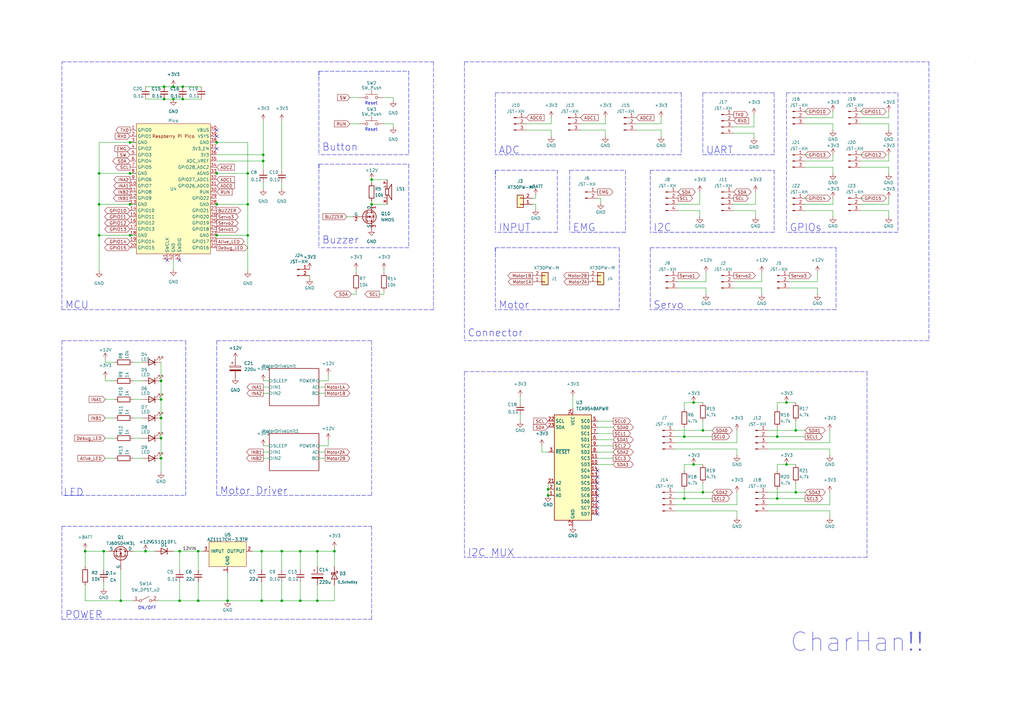
<source format=kicad_sch>
(kicad_sch (version 20230121) (generator eeschema)
  (paper "A3")
  (title_block (title "CharHan!! Motor Drive PCB") (date "2023-11-12") (rev "V2.0"))
  (junction (at 59.69 226.06))
  (junction (at 101.6 83.82))
  (junction (at 107.95 66.04))
  (junction (at 101.6 96.52))
  (junction (at 322.58 190.5))
  (junction (at 81.28 246.38))
  (junction (at 88.9 58.42))
  (junction (at 53.34 71.12))
  (junction (at 40.64 71.12))
  (junction (at 284.48 165.1))
  (junction (at 318.77 204.47))
  (junction (at 66.04 171.45))
  (junction (at 53.34 96.52))
  (junction (at 67.31 35.56))
  (junction (at 224.79 203.2))
  (junction (at 73.66 246.38))
  (junction (at 42.545 226.06))
  (junction (at 93.345 246.38))
  (junction (at 326.39 176.53))
  (junction (at 123.19 246.38))
  (junction (at 318.77 179.07))
  (junction (at 288.29 176.53))
  (junction (at 322.58 165.1))
  (junction (at 115.57 226.06))
  (junction (at 152.4 73.66))
  (junction (at 88.9 96.52))
  (junction (at 74.93 40.64))
  (junction (at 66.04 156.21))
  (junction (at 66.04 179.705))
  (junction (at 326.39 201.93))
  (junction (at 49.53 246.38))
  (junction (at 284.48 190.5))
  (junction (at 130.175 246.38))
  (junction (at 107.315 226.06))
  (junction (at 71.12 40.64))
  (junction (at 152.4 83.82))
  (junction (at 73.66 226.06))
  (junction (at 34.925 226.06))
  (junction (at 71.12 35.56))
  (junction (at 280.67 179.07))
  (junction (at 88.9 83.82))
  (junction (at 101.6 71.12))
  (junction (at 107.95 63.5))
  (junction (at 53.34 83.82))
  (junction (at 115.57 246.38))
  (junction (at 288.29 201.93))
  (junction (at 81.28 226.06))
  (junction (at 224.79 200.66))
  (junction (at 280.67 204.47))
  (junction (at 130.175 226.06))
  (junction (at 88.9 71.12))
  (junction (at 137.16 226.06))
  (junction (at 66.04 163.83))
  (junction (at 107.315 246.38))
  (junction (at 40.64 83.82))
  (junction (at 67.31 40.64))
  (junction (at 66.04 187.96))
  (junction (at 53.34 58.42))
  (junction (at 74.93 35.56))
  (junction (at 40.64 96.52))
  (junction (at 123.19 226.06))
  (no_connect (at 245.11 203.2))
  (no_connect (at 245.11 198.12))
  (no_connect (at 245.11 208.28))
  (no_connect (at 73.66 106.68))
  (no_connect (at 245.11 200.66))
  (no_connect (at 245.11 195.58))
  (no_connect (at 245.11 193.04))
  (no_connect (at 88.9 55.88))
  (no_connect (at 68.58 106.68))
  (no_connect (at 245.11 210.82))
  (no_connect (at 88.9 53.34))
  (no_connect (at 88.9 60.96))
  (no_connect (at 245.11 205.74))
  (wire (pts (xy 83.185 226.06) (xy 81.28 226.06)))
  (wire (pts (xy 340.36 184.15) (xy 340.36 186.69)))
  (wire (pts (xy 326.39 190.5) (xy 322.58 190.5)))
  (wire (pts (xy 300.99 83.82) (xy 309.88 83.82)))
  (wire (pts (xy 280.67 165.1) (xy 280.67 167.64)))
  (wire (pts (xy 340.36 209.55) (xy 340.36 212.09)))
  (wire (pts (xy 88.265 58.42) (xy 88.9 58.42)))
  (wire (pts (xy 245.11 185.42) (xy 251.46 185.42)))
  (wire (pts (xy 280.67 179.07) (xy 292.1 179.07)))
  (polyline (pts (xy 130.81 29.21) (xy 167.64 29.21)) (stroke (width 0) (type dash)))
  (wire (pts (xy 341.63 68.58) (xy 341.63 71.12)))
  (wire (pts (xy 218.44 81.28) (xy 219.71 81.28)))
  (wire (pts (xy 115.57 246.38) (xy 123.19 246.38)))
  (wire (pts (xy 314.96 184.15) (xy 340.36 184.15)))
  (wire (pts (xy 88.9 66.04) (xy 107.95 66.04)))
  (wire (pts (xy 66.04 163.83) (xy 66.04 171.45)))
  (wire (pts (xy 40.64 96.52) (xy 40.64 111.125)))
  (wire (pts (xy 40.64 83.82) (xy 40.64 96.52)))
  (polyline (pts (xy 203.2 69.85) (xy 203.2 95.25)) (stroke (width 0) (type dash)))
  (polyline (pts (xy 228.6 95.25) (xy 203.2 95.25)) (stroke (width 0) (type dash)))
  (polyline (pts (xy 342.9 127) (xy 266.7 127)) (stroke (width 0) (type dash)))
  (wire (pts (xy 288.29 165.1) (xy 284.48 165.1)))
  (wire (pts (xy 103.505 226.06) (xy 107.315 226.06)))
  (wire (pts (xy 278.13 118.11) (xy 289.56 118.11)))
  (polyline (pts (xy 279.4 38.1) (xy 279.4 63.5)) (stroke (width 0) (type dash)))
  (polyline (pts (xy 203.2 38.1) (xy 203.2 63.5)) (stroke (width 0) (type dash)))
  (wire (pts (xy 300.99 86.36) (xy 309.88 86.36)))
  (wire (pts (xy 309.245 54.61) (xy 309.245 56.515)))
  (wire (pts (xy 67.31 40.64) (xy 71.12 40.64)))
  (polyline (pts (xy 228.6 69.85) (xy 228.6 95.25)) (stroke (width 0) (type dash)))
  (polyline (pts (xy 203.2 69.85) (xy 228.6 69.85)) (stroke (width 0) (type dash)))
  (wire (pts (xy 54.61 171.45) (xy 58.42 171.45)))
  (wire (pts (xy 245.11 180.34) (xy 251.46 180.34)))
  (wire (pts (xy 157.48 110.49) (xy 157.48 111.76)))
  (wire (pts (xy 130.175 226.06) (xy 137.16 226.06)))
  (wire (pts (xy 49.53 233.68) (xy 49.53 246.38)))
  (wire (pts (xy 353.06 68.58) (xy 364.49 68.58)))
  (polyline (pts (xy 342.9 101.6) (xy 342.9 127)) (stroke (width 0) (type dash)))
  (wire (pts (xy 107.95 156.21) (xy 110.49 156.21)))
  (wire (pts (xy 245.11 177.8) (xy 251.46 177.8)))
  (wire (pts (xy 55.88 96.52) (xy 53.34 96.52)))
  (wire (pts (xy 280.67 204.47) (xy 276.86 204.47)))
  (polyline (pts (xy 130.81 29.21) (xy 130.81 31.75)) (stroke (width 0) (type dash)))
  (wire (pts (xy 54.61 163.83) (xy 58.42 163.83)))
  (polyline (pts (xy 381 25.4) (xy 381 139.7)) (stroke (width 0) (type dash)))
  (wire (pts (xy 137.16 226.06) (xy 137.16 232.41)))
  (wire (pts (xy 341.63 81.28) (xy 341.63 83.82)))
  (polyline (pts (xy 167.64 63.5) (xy 130.81 63.5)) (stroke (width 0) (type dash)))
  (wire (pts (xy 42.545 226.06) (xy 44.45 226.06)))
  (wire (pts (xy 134.62 182.88) (xy 134.62 180.34)))
  (wire (pts (xy 271.145 48.26) (xy 271.145 50.8)))
  (wire (pts (xy 107.315 226.06) (xy 115.57 226.06)))
  (polyline (pts (xy 130.81 67.31) (xy 167.64 67.31)) (stroke (width 0) (type dash)))
  (wire (pts (xy 226.06 48.26) (xy 226.06 50.8)))
  (wire (pts (xy 330.2 68.58) (xy 341.63 68.58)))
  (wire (pts (xy 288.29 172.72) (xy 288.29 176.53)))
  (wire (pts (xy 276.86 209.55) (xy 302.26 209.55)))
  (wire (pts (xy 88.265 96.52) (xy 88.9 96.52)))
  (wire (pts (xy 137.16 224.79) (xy 137.16 226.06)))
  (wire (pts (xy 218.44 83.82) (xy 219.71 83.82)))
  (wire (pts (xy 330.2 86.36) (xy 341.63 86.36)))
  (wire (pts (xy 130.81 185.42) (xy 133.35 185.42)))
  (wire (pts (xy 130.81 182.88) (xy 134.62 182.88)))
  (wire (pts (xy 354.33 81.28) (xy 353.06 81.28)))
  (wire (pts (xy 40.64 58.42) (xy 53.34 58.42)))
  (wire (pts (xy 130.81 187.96) (xy 133.35 187.96)))
  (wire (pts (xy 93.345 246.38) (xy 93.345 234.95)))
  (wire (pts (xy 330.2 48.26) (xy 341.63 48.26)))
  (wire (pts (xy 331.47 63.5) (xy 330.2 63.5)))
  (wire (pts (xy 234.95 167.64) (xy 234.95 162.56)))
  (wire (pts (xy 88.9 83.82) (xy 101.6 83.82)))
  (wire (pts (xy 302.26 209.55) (xy 302.26 212.09)))
  (wire (pts (xy 127 113.03) (xy 127 114.3)))
  (polyline (pts (xy 190.5 25.4) (xy 381 25.4)) (stroke (width 0) (type dash)))
  (wire (pts (xy 71.12 40.64) (xy 74.93 40.64)))
  (wire (pts (xy 55.88 58.42) (xy 53.34 58.42)))
  (wire (pts (xy 312.42 118.11) (xy 312.42 120.65)))
  (polyline (pts (xy 203.2 101.6) (xy 203.2 104.14)) (stroke (width 0) (type dash)))
  (wire (pts (xy 107.95 66.04) (xy 107.95 69.85)))
  (wire (pts (xy 364.49 86.36) (xy 364.49 88.9)))
  (wire (pts (xy 335.28 118.11) (xy 335.28 120.65)))
  (wire (pts (xy 287.02 86.36) (xy 287.02 88.9)))
  (wire (pts (xy 43.18 148.59) (xy 46.99 148.59)))
  (wire (pts (xy 364.49 63.5) (xy 364.49 66.04)))
  (polyline (pts (xy 317.5 38.1) (xy 317.5 63.5)) (stroke (width 0) (type dash)))
  (polyline (pts (xy 279.4 63.5) (xy 203.2 63.5)) (stroke (width 0) (type dash)))
  (wire (pts (xy 260.985 50.8) (xy 271.145 50.8)))
  (wire (pts (xy 157.48 40.005) (xy 161.29 40.005)))
  (polyline (pts (xy 190.5 25.4) (xy 190.5 139.7)) (stroke (width 0) (type dash)))
  (wire (pts (xy 107.315 226.06) (xy 107.315 233.68)))
  (wire (pts (xy 152.4 73.66) (xy 152.4 74.93)))
  (wire (pts (xy 161.29 40.005) (xy 161.29 41.275)))
  (wire (pts (xy 271.145 53.34) (xy 271.145 55.88)))
  (wire (pts (xy 66.04 187.96) (xy 66.04 193.675)))
  (wire (pts (xy 215.9 53.34) (xy 226.06 53.34)))
  (wire (pts (xy 364.49 81.28) (xy 364.49 83.82)))
  (polyline (pts (xy 25.4 215.9) (xy 25.4 254)) (stroke (width 0) (type dash)))
  (wire (pts (xy 302.26 176.53) (xy 302.26 181.61)))
  (wire (pts (xy 245.11 81.28) (xy 246.38 81.28)))
  (polyline (pts (xy 368.3 38.1) (xy 368.3 95.25)) (stroke (width 0) (type dash)))
  (wire (pts (xy 123.19 246.38) (xy 130.175 246.38)))
  (wire (pts (xy 245.11 182.88) (xy 251.46 182.88)))
  (wire (pts (xy 248.285 53.34) (xy 248.285 55.88)))
  (wire (pts (xy 309.88 86.36) (xy 309.88 88.9)))
  (wire (pts (xy 43.18 147.32) (xy 43.18 148.59)))
  (wire (pts (xy 81.28 246.38) (xy 81.28 238.76)))
  (polyline (pts (xy 203.2 38.1) (xy 279.4 38.1)) (stroke (width 0) (type dash)))
  (wire (pts (xy 322.58 165.1) (xy 318.77 165.1)))
  (wire (pts (xy 66.04 148.59) (xy 66.04 156.21)))
  (polyline (pts (xy 288.29 38.1) (xy 288.29 63.5)) (stroke (width 0) (type dash)))
  (wire (pts (xy 74.93 40.64) (xy 82.55 40.64)))
  (polyline (pts (xy 266.7 101.6) (xy 266.7 127)) (stroke (width 0) (type dash)))
  (polyline (pts (xy 203.2 101.6) (xy 254 101.6)) (stroke (width 0) (type dash)))
  (wire (pts (xy 130.175 226.06) (xy 130.175 232.41)))
  (wire (pts (xy 40.64 71.12) (xy 53.34 71.12)))
  (polyline (pts (xy 88.9 139.7) (xy 88.9 203.2)) (stroke (width 0) (type dash)))
  (wire (pts (xy 280.67 204.47) (xy 292.1 204.47)))
  (wire (pts (xy 42.545 238.76) (xy 42.545 241.3)))
  (wire (pts (xy 330.2 83.82) (xy 341.63 83.82)))
  (wire (pts (xy 40.64 58.42) (xy 40.64 71.12)))
  (wire (pts (xy 353.06 86.36) (xy 364.49 86.36)))
  (wire (pts (xy 146.05 119.38) (xy 146.05 120.65)))
  (wire (pts (xy 54.61 148.59) (xy 58.42 148.59)))
  (wire (pts (xy 309.245 46.99) (xy 309.245 52.07)))
  (wire (pts (xy 318.77 179.07) (xy 314.96 179.07)))
  (polyline (pts (xy 25.4 127) (xy 25.4 25.4)) (stroke (width 0) (type dash)))
  (wire (pts (xy 107.95 185.42) (xy 110.49 185.42)))
  (wire (pts (xy 276.86 184.15) (xy 302.26 184.15)))
  (wire (pts (xy 224.79 185.42) (xy 222.25 185.42)))
  (wire (pts (xy 354.33 45.72) (xy 353.06 45.72)))
  (wire (pts (xy 107.315 246.38) (xy 115.57 246.38)))
  (wire (pts (xy 331.47 45.72) (xy 330.2 45.72)))
  (wire (pts (xy 66.04 171.45) (xy 66.04 179.705)))
  (wire (pts (xy 59.69 40.64) (xy 67.31 40.64)))
  (polyline (pts (xy 190.5 152.4) (xy 190.5 228.6)) (stroke (width 0) (type dash)))
  (polyline (pts (xy 381 139.7) (xy 190.5 139.7)) (stroke (width 0) (type dash)))
  (wire (pts (xy 55.88 71.12) (xy 53.34 71.12)))
  (wire (pts (xy 130.175 240.03) (xy 130.175 246.38)))
  (wire (pts (xy 287.02 78.74) (xy 287.02 83.82)))
  (wire (pts (xy 280.67 175.26) (xy 280.67 179.07)))
  (wire (pts (xy 123.19 226.06) (xy 130.175 226.06)))
  (wire (pts (xy 107.95 49.53) (xy 107.95 63.5)))
  (wire (pts (xy 93.345 246.38) (xy 107.315 246.38)))
  (wire (pts (xy 115.57 226.06) (xy 123.19 226.06)))
  (wire (pts (xy 326.39 198.12) (xy 326.39 201.93)))
  (wire (pts (xy 331.47 81.28) (xy 330.2 81.28)))
  (wire (pts (xy 215.9 50.8) (xy 226.06 50.8)))
  (wire (pts (xy 66.04 156.21) (xy 66.04 163.83)))
  (wire (pts (xy 152.4 73.66) (xy 158.75 73.66)))
  (wire (pts (xy 323.85 115.57) (xy 335.28 115.57)))
  (wire (pts (xy 341.63 63.5) (xy 341.63 66.04)))
  (wire (pts (xy 284.48 165.1) (xy 280.67 165.1)))
  (wire (pts (xy 115.57 49.53) (xy 115.57 69.85)))
  (wire (pts (xy 245.11 172.72) (xy 251.46 172.72)))
  (wire (pts (xy 88.265 83.82) (xy 88.9 83.82)))
  (polyline (pts (xy 203.2 101.6) (xy 203.2 127)) (stroke (width 0) (type dash)))
  (wire (pts (xy 143.51 40.005) (xy 147.32 40.005)))
  (wire (pts (xy 330.2 201.93) (xy 326.39 201.93)))
  (polyline (pts (xy 322.58 38.1) (xy 368.3 38.1)) (stroke (width 0) (type dash)))
  (wire (pts (xy 142.24 88.9) (xy 144.78 88.9)))
  (wire (pts (xy 300.99 115.57) (xy 312.42 115.57)))
  (polyline (pts (xy 233.68 69.85) (xy 233.68 95.25)) (stroke (width 0) (type dash)))
  (wire (pts (xy 292.1 176.53) (xy 288.29 176.53)))
  (polyline (pts (xy 130.81 29.21) (xy 130.81 63.5)) (stroke (width 0) (type dash)))
  (wire (pts (xy 130.175 246.38) (xy 137.16 246.38)))
  (wire (pts (xy 245.11 190.5) (xy 251.46 190.5)))
  (wire (pts (xy 288.29 190.5) (xy 284.48 190.5)))
  (wire (pts (xy 59.69 226.06) (xy 63.5 226.06)))
  (wire (pts (xy 222.25 185.42) (xy 222.25 182.88)))
  (wire (pts (xy 130.81 156.21) (xy 134.62 156.21)))
  (wire (pts (xy 318.77 204.47) (xy 330.2 204.47)))
  (wire (pts (xy 276.86 176.53) (xy 288.29 176.53)))
  (polyline (pts (xy 254 127) (xy 203.2 127)) (stroke (width 0) (type dash)))
  (wire (pts (xy 73.66 238.76) (xy 73.66 246.38)))
  (wire (pts (xy 157.48 119.38) (xy 157.48 120.65)))
  (wire (pts (xy 54.61 179.705) (xy 58.42 179.705)))
  (wire (pts (xy 278.13 115.57) (xy 289.56 115.57)))
  (polyline (pts (xy 254 101.6) (xy 254 127)) (stroke (width 0) (type dash)))
  (polyline (pts (xy 256.54 69.85) (xy 256.54 95.25)) (stroke (width 0) (type dash)))
  (wire (pts (xy 314.96 207.01) (xy 340.36 207.01)))
  (polyline (pts (xy 322.58 38.1) (xy 322.58 95.25)) (stroke (width 0) (type dash)))
  (wire (pts (xy 354.33 63.5) (xy 353.06 63.5)))
  (polyline (pts (xy 152.4 254) (xy 152.4 215.9)) (stroke (width 0) (type dash)))
  (wire (pts (xy 322.58 190.5) (xy 318.77 190.5)))
  (wire (pts (xy 59.69 35.56) (xy 67.31 35.56)))
  (wire (pts (xy 300.99 118.11) (xy 312.42 118.11)))
  (polyline (pts (xy 130.81 67.31) (xy 130.81 101.6)) (stroke (width 0) (type dash)))
  (wire (pts (xy 107.95 63.5) (xy 107.95 66.04)))
  (wire (pts (xy 245.11 175.26) (xy 251.46 175.26)))
  (wire (pts (xy 318.77 200.66) (xy 318.77 204.47)))
  (wire (pts (xy 157.48 50.8) (xy 161.29 50.8)))
  (polyline (pts (xy 25.4 139.7) (xy 25.4 203.2)) (stroke (width 0) (type dash)))
  (wire (pts (xy 312.42 111.76) (xy 312.42 115.57)))
  (wire (pts (xy 292.1 201.93) (xy 288.29 201.93)))
  (wire (pts (xy 280.67 179.07) (xy 276.86 179.07)))
  (polyline (pts (xy 190.5 152.4) (xy 355.6 152.4)) (stroke (width 0) (type dash)))
  (wire (pts (xy 146.05 110.49) (xy 146.05 111.76)))
  (wire (pts (xy 314.96 209.55) (xy 340.36 209.55)))
  (wire (pts (xy 288.29 198.12) (xy 288.29 201.93)))
  (wire (pts (xy 34.925 226.06) (xy 42.545 226.06)))
  (wire (pts (xy 40.64 71.12) (xy 40.64 83.82)))
  (wire (pts (xy 314.96 181.61) (xy 340.36 181.61)))
  (polyline (pts (xy 317.5 69.85) (xy 317.5 95.25)) (stroke (width 0) (type dash)))
  (wire (pts (xy 340.36 201.93) (xy 340.36 207.01)))
  (wire (pts (xy 219.71 80.01) (xy 219.71 81.28)))
  (wire (pts (xy 300.99 54.61) (xy 309.245 54.61)))
  (wire (pts (xy 46.99 163.83) (xy 43.18 163.83)))
  (polyline (pts (xy 317.5 95.25) (xy 266.7 95.25)) (stroke (width 0) (type dash)))
  (wire (pts (xy 161.29 50.8) (xy 161.29 52.07)))
  (wire (pts (xy 34.925 226.06) (xy 34.925 232.41)))
  (wire (pts (xy 219.71 83.82) (xy 219.71 85.725)))
  (wire (pts (xy 248.285 48.26) (xy 248.285 50.8)))
  (wire (pts (xy 213.36 162.56) (xy 213.36 165.1)))
  (wire (pts (xy 302.26 201.93) (xy 302.26 207.01)))
  (wire (pts (xy 224.79 200.66) (xy 224.79 203.2)))
  (wire (pts (xy 54.61 246.38) (xy 49.53 246.38)))
  (wire (pts (xy 318.77 175.26) (xy 318.77 179.07)))
  (polyline (pts (xy 288.29 38.1) (xy 317.5 38.1)) (stroke (width 0) (type dash)))
  (polyline (pts (xy 400.05 25.4) (xy 400.05 25.4)) (stroke (width 0) (type dash)))
  (wire (pts (xy 330.2 66.04) (xy 341.63 66.04)))
  (wire (pts (xy 353.06 50.8) (xy 364.49 50.8)))
  (polyline (pts (xy 88.9 139.7) (xy 152.4 139.7)) (stroke (width 0) (type dash)))
  (wire (pts (xy 74.93 35.56) (xy 82.55 35.56)))
  (wire (pts (xy 314.96 176.53) (xy 326.39 176.53)))
  (wire (pts (xy 226.06 53.34) (xy 226.06 55.88)))
  (wire (pts (xy 88.9 58.42) (xy 101.6 58.42)))
  (wire (pts (xy 340.36 176.53) (xy 340.36 181.61)))
  (wire (pts (xy 101.6 71.12) (xy 101.6 83.82)))
  (wire (pts (xy 34.925 225.425) (xy 34.925 226.06)))
  (wire (pts (xy 213.36 172.72) (xy 213.36 170.18)))
  (wire (pts (xy 155.575 120.65) (xy 157.48 120.65)))
  (wire (pts (xy 330.2 50.8) (xy 341.63 50.8)))
  (polyline (pts (xy 167.64 67.31) (xy 167.64 101.6)) (stroke (width 0) (type dash)))
  (wire (pts (xy 309.88 78.74) (xy 309.88 83.82)))
  (wire (pts (xy 40.64 96.52) (xy 53.34 96.52)))
  (polyline (pts (xy 88.9 203.2) (xy 152.4 203.2)) (stroke (width 0) (type dash)))
  (wire (pts (xy 64.77 246.38) (xy 73.66 246.38)))
  (wire (pts (xy 341.63 86.36) (xy 341.63 88.9)))
  (wire (pts (xy 302.26 184.15) (xy 302.26 186.69)))
  (polyline (pts (xy 25.4 25.4) (xy 177.8 25.4)) (stroke (width 0) (type dash)))
  (polyline (pts (xy 26.035 203.2) (xy 76.2 203.2)) (stroke (width 0) (type dash)))
  (wire (pts (xy 278.13 86.36) (xy 287.02 86.36)))
  (wire (pts (xy 81.28 226.06) (xy 81.28 233.68)))
  (wire (pts (xy 238.125 50.8) (xy 248.285 50.8)))
  (wire (pts (xy 88.265 71.12) (xy 88.9 71.12)))
  (wire (pts (xy 144.145 120.65) (xy 146.05 120.65)))
  (wire (pts (xy 260.985 53.34) (xy 271.145 53.34)))
  (wire (pts (xy 341.63 45.72) (xy 341.63 48.26)))
  (wire (pts (xy 326.39 165.1) (xy 322.58 165.1)))
  (wire (pts (xy 353.06 66.04) (xy 364.49 66.04)))
  (wire (pts (xy 71.12 226.06) (xy 73.66 226.06)))
  (wire (pts (xy 134.62 156.21) (xy 134.62 153.67)))
  (wire (pts (xy 88.9 96.52) (xy 101.6 96.52)))
  (wire (pts (xy 318.77 165.1) (xy 318.77 167.64)))
  (wire (pts (xy 115.57 238.76) (xy 115.57 246.38)))
  (wire (pts (xy 130.81 161.29) (xy 133.35 161.29)))
  (wire (pts (xy 318.77 190.5) (xy 318.77 193.04)))
  (wire (pts (xy 152.4 82.55) (xy 152.4 83.82)))
  (wire (pts (xy 276.86 207.01) (xy 302.26 207.01)))
  (polyline (pts (xy 266.7 101.6) (xy 342.9 101.6)) (stroke (width 0) (type dash)))
  (wire (pts (xy 280.67 200.66) (xy 280.67 204.47)))
  (wire (pts (xy 364.49 68.58) (xy 364.49 71.12)))
  (wire (pts (xy 67.31 35.56) (xy 71.12 35.56)))
  (wire (pts (xy 107.95 74.93) (xy 107.95 77.47)))
  (polyline (pts (xy 266.7 69.85) (xy 266.7 95.25)) (stroke (width 0) (type dash)))
  (wire (pts (xy 71.12 35.56) (xy 74.93 35.56)))
  (wire (pts (xy 278.13 83.82) (xy 287.02 83.82)))
  (polyline (pts (xy 167.64 101.6) (xy 130.81 101.6)) (stroke (width 0) (type dash)))
  (wire (pts (xy 73.66 226.06) (xy 73.66 233.68)))
  (wire (pts (xy 238.125 53.34) (xy 248.285 53.34)))
  (wire (pts (xy 284.48 190.5) (xy 280.67 190.5)))
  (polyline (pts (xy 355.6 152.4) (xy 355.6 228.6)) (stroke (width 0) (type dash)))
  (wire (pts (xy 341.63 50.8) (xy 341.63 53.34)))
  (polyline (pts (xy 25.4 254) (xy 152.4 254)) (stroke (width 0) (type dash)))
  (wire (pts (xy 335.28 111.76) (xy 335.28 115.57)))
  (wire (pts (xy 289.56 111.76) (xy 289.56 115.57)))
  (wire (pts (xy 101.6 58.42) (xy 101.6 71.12)))
  (wire (pts (xy 276.86 181.61) (xy 302.26 181.61)))
  (wire (pts (xy 246.38 81.28) (xy 246.38 83.185)))
  (wire (pts (xy 115.57 226.06) (xy 115.57 233.68)))
  (polyline (pts (xy 233.68 69.85) (xy 256.54 69.85)) (stroke (width 0) (type dash)))
  (wire (pts (xy 364.49 45.72) (xy 364.49 48.26)))
  (wire (pts (xy 54.61 187.96) (xy 58.42 187.96)))
  (wire (pts (xy 123.19 226.06) (xy 123.19 233.68)))
  (wire (pts (xy 46.99 171.45) (xy 43.18 171.45)))
  (wire (pts (xy 353.06 48.26) (xy 364.49 48.26)))
  (wire (pts (xy 314.96 201.93) (xy 326.39 201.93)))
  (wire (pts (xy 318.77 179.07) (xy 330.2 179.07)))
  (wire (pts (xy 143.51 50.8) (xy 147.32 50.8)))
  (polyline (pts (xy 203.2 69.85) (xy 203.2 72.39)) (stroke (width 0) (type dash)))
  (polyline (pts (xy 177.8 127) (xy 25.4 127)) (stroke (width 0) (type dash)))
  (wire (pts (xy 66.04 179.705) (xy 66.04 187.96)))
  (wire (pts (xy 107.95 182.88) (xy 110.49 182.88)))
  (wire (pts (xy 123.19 238.76) (xy 123.19 246.38)))
  (polyline (pts (xy 76.2 203.2) (xy 76.2 139.7)) (stroke (width 0) (type dash)))
  (polyline (pts (xy 152.4 203.2) (xy 152.4 139.7)) (stroke (width 0) (type dash)))
  (wire (pts (xy 107.95 161.29) (xy 110.49 161.29)))
  (wire (pts (xy 107.95 158.75) (xy 110.49 158.75)))
  (wire (pts (xy 224.79 198.12) (xy 224.79 200.66)))
  (wire (pts (xy 101.6 83.82) (xy 101.6 96.52)))
  (polyline (pts (xy 25.4 215.9) (xy 152.4 215.9)) (stroke (width 0) (type dash)))
  (wire (pts (xy 353.06 83.82) (xy 364.49 83.82)))
  (polyline (pts (xy 355.6 228.6) (xy 190.5 228.6)) (stroke (width 0) (type dash)))
  (wire (pts (xy 137.16 240.03) (xy 137.16 246.38)))
  (wire (pts (xy 43.18 187.96) (xy 46.99 187.96)))
  (wire (pts (xy 42.545 226.06) (xy 42.545 233.68)))
  (wire (pts (xy 152.4 83.82) (xy 158.75 83.82)))
  (wire (pts (xy 318.77 204.47) (xy 314.96 204.47)))
  (wire (pts (xy 88.9 63.5) (xy 107.95 63.5)))
  (polyline (pts (xy 167.64 29.21) (xy 167.64 63.5)) (stroke (width 0) (type dash)))
  (wire (pts (xy 73.66 246.38) (xy 81.28 246.38)))
  (polyline (pts (xy 25.4 127) (xy 25.4 127)))
  (wire (pts (xy 73.66 226.06) (xy 81.28 226.06)))
  (wire (pts (xy 364.49 50.8) (xy 364.49 53.34)))
  (polyline (pts (xy 25.4 139.7) (xy 76.2 139.7)) (stroke (width 0) (type dash)))
  (polyline (pts (xy 130.81 67.31) (xy 130.81 69.85)) (stroke (width 0) (type dash)))
  (polyline (pts (xy 256.54 95.25) (xy 233.68 95.25)) (stroke (width 0) (type dash)))
  (wire (pts (xy 115.57 74.93) (xy 115.57 77.47)))
  (wire (pts (xy 101.6 96.52) (xy 101.6 111.125)))
  (wire (pts (xy 107.95 187.96) (xy 110.49 187.96)))
  (wire (pts (xy 54.61 226.06) (xy 59.69 226.06)))
  (polyline (pts (xy 177.8 25.4) (xy 177.8 127)) (stroke (width 0) (type dash)))
  (wire (pts (xy 34.925 246.38) (xy 49.53 246.38)))
  (wire (pts (xy 326.39 172.72) (xy 326.39 176.53)))
  (wire (pts (xy 280.67 190.5) (xy 280.67 193.04)))
  (wire (pts (xy 300.99 52.07) (xy 309.245 52.07)))
  (wire (pts (xy 40.64 83.82) (xy 53.34 83.82)))
  (wire (pts (xy 276.86 201.93) (xy 288.29 201.93)))
  (wire (pts (xy 88.9 71.12) (xy 101.6 71.12)))
  (wire (pts (xy 46.99 156.21) (xy 43.18 156.21)))
  (wire (pts (xy 34.925 240.03) (xy 34.925 246.38)))
  (polyline (pts (xy 266.7 69.85) (xy 317.5 69.85)) (stroke (width 0) (type dash)))
  (wire (pts (xy 289.56 118.11) (xy 289.56 120.65)))
  (wire (pts (xy 130.81 158.75) (xy 133.35 158.75)))
  (wire (pts (xy 330.2 176.53) (xy 326.39 176.53)))
  (wire (pts (xy 54.61 156.21) (xy 58.42 156.21)))
  (wire (pts (xy 55.88 83.82) (xy 53.34 83.82)))
  (wire (pts (xy 245.11 187.96) (xy 251.46 187.96)))
  (polyline (pts (xy 368.3 95.25) (xy 322.58 95.25)) (stroke (width 0) (type dash)))
  (wire (pts (xy 81.28 246.38) (xy 93.345 246.38)))
  (wire (pts (xy 43.18 156.21) (xy 43.18 154.94)))
  (wire (pts (xy 323.85 118.11) (xy 335.28 118.11)))
  (wire (pts (xy 71.12 110.49) (xy 71.12 106.68)))
  (wire (pts (xy 43.18 179.705) (xy 46.99 179.705)))
  (polyline (pts (xy 317.5 63.5) (xy 288.29 63.5)) (stroke (width 0) (type dash)))
  (wire (pts (xy 107.315 238.76) (xy 107.315 246.38)))
  (text "Buzzer" (at 132.08 100.33 0) (effects (font (size 3 3)) (justify left bottom)))
  (text "ADC" (at 204.47 63.5 0) (effects (font (size 3 3)) (justify left bottom)))
  (text "GPIOs" (at 323.85 95.25 0) (effects (font (size 3 3)) (justify left bottom)))
  (text "POWER" (at 26.67 254 0) (effects (font (size 3 3)) (justify left bottom)))
  (text "INPUT" (at 204.47 95.25 0) (effects (font (size 3 3)) (justify left bottom)))
  (text "UART" (at 289.56 63.5 0) (effects (font (size 3 3)) (justify left bottom)))
  (text "Connector" (at 191.77 138.43 0) (effects (font (size 3 3)) (justify left bottom)))
  (text "I2C MUX" (at 191.77 228.6 0) (effects (font (size 3 3)) (justify left bottom)))
  (text "I2C" (at 267.97 95.25 0) (effects (font (size 3 3)) (justify left bottom)))
  (text "EMG" (at 234.95 95.25 0) (effects (font (size 3 3)) (justify left bottom)))
  (text "LED" (at 26.035 203.835 0) (effects (font (size 3 3)) (justify left bottom)))
  (text "Button" (at 132.08 62.23 0) (effects (font (size 3 3)) (justify left bottom)))
  (text "CharHan!!" (at 323.85 267.97 0) (effects (font (size 7.62 7.62)) (justify left bottom)))
  (text "Motor Driver" (at 90.17 203.2 0) (effects (font (size 3 3)) (justify left bottom)))
  (text "Motor" (at 204.47 127 0) (effects (font (size 3 3)) (justify left bottom)))
  (text "Reset" (at 154.94 53.975 0) (effects (font (size 1.27 1.27)) (justify right bottom)))
  (text "Servo" (at 267.97 127 0) (effects (font (size 3 3)) (justify left bottom)))
  (text "ON/OFF" (at 56.515 250.19 0) (effects (font (size 1.27 1.27)) (justify left bottom)))
  (text "Reset" (at 154.94 43.18 0) (effects (font (size 1.27 1.27)) (justify right bottom)))
  (text "MCU" (at 26.67 127 0) (effects (font (size 3 3)) (justify left bottom)))
  (label "12VIN" (at 74.93 226.06 0))
  (global_label "Debug_LED" (shape output) (at 88.9 101.6 0) (property "Intersheetrefs" "${INTERSHEET_REFS}" (effects hide)))
  (global_label "EMG" (shape input) (at 53.34 60.96 180) (property "Intersheetrefs" "${INTERSHEET_REFS}" (effects hide)))
  (global_label "ADC1" (shape input) (at 238.125 48.26 0) (property "Intersheetrefs" "${INTERSHEET_REFS}" (effects hide)))
  (global_label "SCL" (shape output) (at 53.34 68.58 180) (property "Intersheetrefs" "${INTERSHEET_REFS}" (effects hide)))
  (global_label "INA2" (shape output) (at 107.95 161.29 180) (property "Intersheetrefs" "${INTERSHEET_REFS}" (effects hide)))
  (global_label "INA1" (shape output) (at 107.95 158.75 180) (property "Intersheetrefs" "${INTERSHEET_REFS}" (effects hide)))
  (global_label "Motor1A" (shape output) (at 133.35 158.75 0) (property "Intersheetrefs" "${INTERSHEET_REFS}" (effects hide)))
  (global_label "SCL" (shape output) (at 300.99 81.28 0) (property "Intersheetrefs" "${INTERSHEET_REFS}" (effects hide)))
  (global_label "SDA1" (shape bidirectional) (at 251.46 180.34 0) (property "Intersheetrefs" "${INTERSHEET_REFS}" (effects hide)))
  (global_label "GPIO15" (shape bidirectional) (at 53.34 101.6 180) (property "Intersheetrefs" "${INTERSHEET_REFS}" (effects hide)))
  (global_label "RX0" (shape input) (at 300.99 49.53 0) (property "Intersheetrefs" "${INTERSHEET_REFS}" (effects hide)))
  (global_label "GPIO14" (shape bidirectional) (at 53.34 99.06 180) (property "Intersheetrefs" "${INTERSHEET_REFS}" (effects hide)))
  (global_label "RUN" (shape input) (at 88.9 78.74 0) (property "Intersheetrefs" "${INTERSHEET_REFS}" (effects hide)))
  (global_label "TX0" (shape output) (at 53.34 53.34 180) (property "Intersheetrefs" "${INTERSHEET_REFS}" (effects hide)))
  (global_label "BUZZER" (shape output) (at 88.9 86.36 0) (property "Intersheetrefs" "${INTERSHEET_REFS}" (effects hide)))
  (global_label "GPIO13" (shape bidirectional) (at 330.2 63.5 0) (property "Intersheetrefs" "${INTERSHEET_REFS}" (effects hide)))
  (global_label "SDA2" (shape bidirectional) (at 292.1 201.93 0) (property "Intersheetrefs" "${INTERSHEET_REFS}" (effects hide)))
  (global_label "Motor2A" (shape output) (at 241.3 115.57 180) (property "Intersheetrefs" "${INTERSHEET_REFS}" (effects hide)))
  (global_label "Servo3" (shape output) (at 88.9 88.9 0) (property "Intersheetrefs" "${INTERSHEET_REFS}" (effects hide)))
  (global_label "INA1" (shape output) (at 53.34 76.2 180) (property "Intersheetrefs" "${INTERSHEET_REFS}" (effects hide)))
  (global_label "RX0" (shape input) (at 53.34 55.88 180) (property "Intersheetrefs" "${INTERSHEET_REFS}" (effects hide)))
  (global_label "INB2" (shape output) (at 107.95 187.96 180) (property "Intersheetrefs" "${INTERSHEET_REFS}" (effects hide)))
  (global_label "SCL3" (shape output) (at 251.46 187.96 0) (property "Intersheetrefs" "${INTERSHEET_REFS}" (effects hide)))
  (global_label "Motor1B" (shape output) (at 133.35 161.29 0) (property "Intersheetrefs" "${INTERSHEET_REFS}" (effects hide)))
  (global_label "SDA1" (shape bidirectional) (at 330.2 176.53 0) (property "Intersheetrefs" "${INTERSHEET_REFS}" (effects hide)))
  (global_label "ADC0" (shape input) (at 88.9 76.2 0) (property "Intersheetrefs" "${INTERSHEET_REFS}" (effects hide)))
  (global_label "Motor2B" (shape output) (at 241.3 113.03 180) (property "Intersheetrefs" "${INTERSHEET_REFS}" (effects hide)))
  (global_label "ADC0" (shape input) (at 215.9 48.26 0) (property "Intersheetrefs" "${INTERSHEET_REFS}" (effects hide)))
  (global_label "SCL2" (shape output) (at 251.46 182.88 0) (property "Intersheetrefs" "${INTERSHEET_REFS}" (effects hide)))
  (global_label "SDA2" (shape bidirectional) (at 251.46 185.42 0) (property "Intersheetrefs" "${INTERSHEET_REFS}" (effects hide)))
  (global_label "SCL2" (shape output) (at 292.1 204.47 0) (property "Intersheetrefs" "${INTERSHEET_REFS}" (effects hide)))
  (global_label "SDA0" (shape bidirectional) (at 251.46 175.26 0) (property "Intersheetrefs" "${INTERSHEET_REFS}" (effects hide)))
  (global_label "SW" (shape input) (at 53.34 63.5 180) (property "Intersheetrefs" "${INTERSHEET_REFS}" (effects hide)))
  (global_label "Servo2" (shape output) (at 300.99 113.03 0) (property "Intersheetrefs" "${INTERSHEET_REFS}" (effects hide)))
  (global_label "Servo1" (shape output) (at 88.9 93.98 0) (property "Intersheetrefs" "${INTERSHEET_REFS}" (effects hide)))
  (global_label "GPIO10" (shape bidirectional) (at 330.2 45.72 0) (property "Intersheetrefs" "${INTERSHEET_REFS}" (effects hide)))
  (global_label "SDA0" (shape bidirectional) (at 292.1 176.53 0) (property "Intersheetrefs" "${INTERSHEET_REFS}" (effects hide)))
  (global_label "SDA" (shape bidirectional) (at 278.13 78.74 0) (property "Intersheetrefs" "${INTERSHEET_REFS}" (effects hide)))
  (global_label "GPIO14" (shape bidirectional) (at 330.2 81.28 0) (property "Intersheetrefs" "${INTERSHEET_REFS}" (effects hide)))
  (global_label "GPIO13" (shape bidirectional) (at 53.34 93.98 180) (property "Intersheetrefs" "${INTERSHEET_REFS}" (effects hide)))
  (global_label "ADC1" (shape input) (at 88.9 73.66 0) (property "Intersheetrefs" "${INTERSHEET_REFS}" (effects hide)))
  (global_label "EMG" (shape output) (at 245.11 78.74 0) (property "Intersheetrefs" "${INTERSHEET_REFS}" (effects hide)))
  (global_label "GPIO11" (shape bidirectional) (at 53.34 88.9 180) (property "Intersheetrefs" "${INTERSHEET_REFS}" (effects hide)))
  (global_label "INB1" (shape output) (at 107.95 185.42 180) (property "Intersheetrefs" "${INTERSHEET_REFS}" (effects hide)))
  (global_label "SDA3" (shape bidirectional) (at 330.2 201.93 0) (property "Intersheetrefs" "${INTERSHEET_REFS}" (effects hide)))
  (global_label "INB1" (shape input) (at 43.18 171.45 180) (property "Intersheetrefs" "${INTERSHEET_REFS}" (effects hide)))
  (global_label "Servo1" (shape output) (at 278.13 113.03 0) (property "Intersheetrefs" "${INTERSHEET_REFS}" (effects hide)))
  (global_label "Alive_LED" (shape output) (at 88.9 99.06 0) (property "Intersheetrefs" "${INTERSHEET_REFS}" (effects hide)))
  (global_label "Motor1B" (shape output) (at 218.44 113.03 180) (property "Intersheetrefs" "${INTERSHEET_REFS}" (effects hide)))
  (global_label "INA1" (shape input) (at 43.18 163.83 180) (property "Intersheetrefs" "${INTERSHEET_REFS}" (effects hide)))
  (global_label "TX0" (shape output) (at 300.99 46.99 0) (property "Intersheetrefs" "${INTERSHEET_REFS}" (effects hide)))
  (global_label "GPIO15" (shape bidirectional) (at 353.06 81.28 0) (property "Intersheetrefs" "${INTERSHEET_REFS}" (effects hide)))
  (global_label "INB1" (shape output) (at 53.34 81.28 180) (property "Intersheetrefs" "${INTERSHEET_REFS}" (effects hide)))
  (global_label "Motor1A" (shape output) (at 218.44 115.57 180) (property "Intersheetrefs" "${INTERSHEET_REFS}" (effects hide)))
  (global_label "SW" (shape input) (at 143.51 40.005 180) (property "Intersheetrefs" "${INTERSHEET_REFS}" (effects hide)))
  (global_label "GPIO12" (shape bidirectional) (at 53.34 91.44 180) (property "Intersheetrefs" "${INTERSHEET_REFS}" (effects hide)))
  (global_label "ADC2" (shape input) (at 260.985 48.26 0) (property "Intersheetrefs" "${INTERSHEET_REFS}" (effects hide)))
  (global_label "RUN" (shape input) (at 143.51 50.8 180) (property "Intersheetrefs" "${INTERSHEET_REFS}" (effects hide)))
  (global_label "Motor2A" (shape output) (at 133.35 185.42 0) (property "Intersheetrefs" "${INTERSHEET_REFS}" (effects hide)))
  (global_label "ADC2" (shape input) (at 88.9 68.58 0) (property "Intersheetrefs" "${INTERSHEET_REFS}" (effects hide)))
  (global_label "BUZZER" (shape input) (at 142.24 88.9 180) (property "Intersheetrefs" "${INTERSHEET_REFS}" (effects hide)))
  (global_label "SCL0" (shape output) (at 292.1 179.07 0) (property "Intersheetrefs" "${INTERSHEET_REFS}" (effects hide)))
  (global_label "SDA" (shape input) (at 224.79 175.26 180) (property "Intersheetrefs" "${INTERSHEET_REFS}" (effects hide)))
  (global_label "Debug_LED" (shape input) (at 43.18 179.705 180) (property "Intersheetrefs" "${INTERSHEET_REFS}" (effects hide)))
  (global_label "Alive_LED" (shape input) (at 43.18 187.96 180) (property "Intersheetrefs" "${INTERSHEET_REFS}" (effects hide)))
  (global_label "SCL0" (shape output) (at 251.46 172.72 0) (property "Intersheetrefs" "${INTERSHEET_REFS}" (effects hide)))
  (global_label "INB2" (shape output) (at 53.34 78.74 180) (property "Intersheetrefs" "${INTERSHEET_REFS}" (effects hide)))
  (global_label "INA2" (shape output) (at 53.34 73.66 180) (property "Intersheetrefs" "${INTERSHEET_REFS}" (effects hide)))
  (global_label "SDA3" (shape bidirectional) (at 251.46 190.5 0) (property "Intersheetrefs" "${INTERSHEET_REFS}" (effects hide)))
  (global_label "GPIO10" (shape bidirectional) (at 53.34 86.36 180) (property "Intersheetrefs" "${INTERSHEET_REFS}" (effects hide)))
  (global_label "SCL" (shape output) (at 155.575 120.65 180) (property "Intersheetrefs" "${INTERSHEET_REFS}" (effects hide)))
  (global_label "SCL1" (shape output) (at 330.2 179.07 0) (property "Intersheetrefs" "${INTERSHEET_REFS}" (effects hide)))
  (global_label "SDA" (shape bidirectional) (at 144.145 120.65 180) (property "Intersheetrefs" "${INTERSHEET_REFS}" (effects hide)))
  (global_label "Servo3" (shape output) (at 323.85 113.03 0) (property "Intersheetrefs" "${INTERSHEET_REFS}" (effects hide)))
  (global_label "GPIO11" (shape bidirectional) (at 353.06 45.72 0) (property "Intersheetrefs" "${INTERSHEET_REFS}" (effects hide)))
  (global_label "Servo2" (shape output) (at 88.9 91.44 0) (property "Intersheetrefs" "${INTERSHEET_REFS}" (effects hide)))
  (global_label "GPIO12" (shape bidirectional) (at 353.06 63.5 0) (property "Intersheetrefs" "${INTERSHEET_REFS}" (effects hide)))
  (global_label "SCL" (shape input) (at 224.79 172.72 180) (property "Intersheetrefs" "${INTERSHEET_REFS}" (effects hide)))
  (global_label "SDA" (shape bidirectional) (at 53.34 66.04 180) (property "Intersheetrefs" "${INTERSHEET_REFS}" (effects hide)))
  (global_label "Motor2B" (shape output) (at 133.35 187.96 0) (property "Intersheetrefs" "${INTERSHEET_REFS}" (effects hide)))
  (global_label "SDA" (shape bidirectional) (at 300.99 78.74 0) (property "Intersheetrefs" "${INTERSHEET_REFS}" (effects hide)))
  (global_label "SCL3" (shape output) (at 330.2 204.47 0) (property "Intersheetrefs" "${INTERSHEET_REFS}" (effects hide)))
  (global_label "SCL" (shape output) (at 278.13 81.28 0) (property "Intersheetrefs" "${INTERSHEET_REFS}" (effects hide)))
  (global_label "SCL1" (shape output) (at 251.46 177.8 0) (property "Intersheetrefs" "${INTERSHEET_REFS}" (effects hide)))
  (symbol (lib_id "power:+3V3") (at 226.06 48.26 0) (unit 1)
    (property "Reference" "#PWR057" (effects hide))
    (property "Value" "+3V3" (at 226.06 43.18 0))
  )
  (symbol (lib_id "Device:C_Small") (at 74.93 38.1 0) (unit 1)
    (property "Reference" "C16" (at 69.7325 36.3896 0) (effects (justify left)))
    (property "Value" "0.1u" (at 69.85 39.37 0) (effects (justify left)))
    (property "Footprint" "Capacitor_SMD:C_0603_1608Metric_Pad1.08x0.95mm_HandSolder" (effects hide))
  )
  (symbol (lib_id "power:+12V") (at 134.62 153.67 0) (unit 1)
    (property "Reference" "#PWR01" (effects hide))
    (property "Value" "+12V" (at 134.62 149.098 0))
  )
  (symbol (lib_id "Device:R") (at 280.67 196.85 0) (unit 1)
    (property "Reference" "R18" (at 281.94 195.58 0) (effects (justify left)))
    (property "Value" "4.7k" (at 281.94 198.12 0) (effects (justify left)))
    (property "Footprint" "Resistor_SMD:R_0603_1608Metric" (effects hide))
  )
  (symbol (lib_id "Device:C_Small") (at 107.315 236.22 0) (unit 1)
    (property "Reference" "C7" (at 102.1175 234.5096 0) (effects (justify left)))
    (property "Value" "22u" (at 102.235 237.49 0) (effects (justify left)))
    (property "Footprint" "Capacitor_SMD:C_1206_3216Metric_Pad1.33x1.80mm_HandSolder" (effects hide))
  )
  (symbol (lib_id "Connector:Conn_01x03_Pin") (at 325.12 66.04 0) (unit 1)
    (property "Reference" "J21" (at 326.39 58.42 0))
    (property "Value" "JST-XH" (at 327.66 60.96 0))
    (property "Footprint" "Connector_PinHeader_2.54mm:PinHeader_1x03_P2.54mm_Vertical" (effects hide))
  )
  (symbol (lib_id "Device:C_Small") (at 67.31 38.1 0) (unit 1)
    (property "Reference" "C15" (at 62.1125 36.3896 0) (effects (justify left)))
    (property "Value" "0.1u" (at 62.23 39.37 0) (effects (justify left)))
    (property "Footprint" "Capacitor_SMD:C_0603_1608Metric_Pad1.08x0.95mm_HandSolder" (effects hide))
  )
  (symbol (lib_id "Connector:Conn_01x02_Pin") (at 121.92 110.49 0) (unit 1)
    (property "Reference" "J24" (at 122.555 104.775 0))
    (property "Value" "JST-XH" (at 122.555 107.315 0))
    (property "Footprint" "Connector_JST:JST_XH_B2B-XH-A_1x02_P2.50mm_Vertical" (effects hide))
  )
  (symbol (lib_id "power:+3V3") (at 157.48 110.49 0) (unit 1)
    (property "Reference" "#PWR042" (effects hide))
    (property "Value" "+3V3" (at 157.48 105.41 0))
  )
  (symbol (lib_id "power:GND") (at 364.49 88.9 0) (unit 1)
    (property "Reference" "#PWR089" (effects hide))
    (property "Value" "GND" (at 364.49 92.71 0))
  )
  (symbol (lib_id "power:+3V3") (at 107.95 49.53 0) (unit 1)
    (property "Reference" "#PWR024" (effects hide))
    (property "Value" "+3V3" (at 107.95 44.45 0))
  )
  (symbol (lib_id "Device:LED") (at 62.23 171.45 180) (unit 1)
    (property "Reference" "D7" (at 59.1768 166.9835 0))
    (property "Value" "LED" (at 59.69 168.91 0))
    (property "Footprint" "LED_SMD:LED_0603_1608Metric_Pad1.05x0.95mm_HandSolder" (effects hide))
  )
  (symbol (lib_id "power:+12V") (at 96.52 147.32 0) (unit 1)
    (property "Reference" "#PWR035" (effects hide))
    (property "Value" "+12V" (at 96.52 142.748 0))
  )
  (symbol (lib_id "Device:D_Schottky") (at 137.16 236.22 270) (unit 1)
    (property "Reference" "D3" (at 139.192 235.2588 90) (effects (justify left)))
    (property "Value" "D_Schottky" (at 138.43 238.76 90) (effects (font (size 1 1)) (justify left)))
    (property "Footprint" "Diode_SMD:D_SOD-323_HandSoldering" (effects hide))
  )
  (symbol (lib_id "power:GND") (at 219.71 85.725 0) (unit 1)
    (property "Reference" "#PWR046" (effects hide))
    (property "Value" "GND" (at 219.71 89.535 0))
  )
  (symbol (lib_id "power:GND") (at 340.36 212.09 0) (unit 1)
    (property "Reference" "#PWR073" (effects hide))
    (property "Value" "GND" (at 340.36 215.9 0))
  )
  (symbol (lib_id "Connector:Conn_01x02_Pin") (at 240.03 78.74 0) (unit 1)
    (property "Reference" "J6" (at 240.665 73.025 0))
    (property "Value" "JST-XH" (at 240.665 75.565 0))
    (property "Footprint" "Connector_JST:JST_XH_B2B-XH-A_1x02_P2.50mm_Vertical" (effects hide))
  )
  (symbol (lib_id "power:+3V3") (at 107.95 182.88 0) (unit 1)
    (property "Reference" "#PWR077" (effects hide))
    (property "Value" "+3V3" (at 107.95 177.8 0))
  )
  (symbol (lib_id "power:GND") (at 289.56 120.65 0) (unit 1)
    (property "Reference" "#PWR056" (effects hide))
    (property "Value" "GND" (at 289.56 124.46 0))
  )
  (symbol (lib_id "Device:C_Small") (at 81.28 236.22 0) (unit 1)
    (property "Reference" "C6" (at 76.0825 234.5096 0) (effects (justify left)))
    (property "Value" "22u" (at 76.2 237.49 0) (effects (justify left)))
    (property "Footprint" "Capacitor_SMD:C_1206_3216Metric_Pad1.33x1.80mm_HandSolder" (effects hide))
    (property "Datasheet" "https://akizukidenshi.com/catalog/g/gP-08240/" (effects hide))
  )
  (symbol (lib_id "Device:C_Small") (at 42.545 236.22 180) (unit 1)
    (property "Reference" "C4" (at 47.7425 237.9304 0) (effects (justify left)))
    (property "Value" "0.1u" (at 47.625 234.95 0) (effects (justify left)))
    (property "Footprint" "Capacitor_SMD:C_0603_1608Metric_Pad1.08x0.95mm_HandSolder" (effects hide))
  )
  (symbol (lib_id "Connector:Conn_01x03_Pin") (at 255.905 50.8 0) (unit 1)
    (property "Reference" "J15" (at 256.54 43.18 0))
    (property "Value" "JST-XH" (at 256.54 45.72 0))
    (property "Footprint" "Connector_JST:JST_XH_B3B-XH-A_1x03_P2.50mm_Vertical" (effects hide))
  )
  (symbol (lib_id "power:+3V3") (at 127 110.49 0) (unit 1)
    (property "Reference" "#PWR091" (effects hide))
    (property "Value" "+3V3" (at 127 105.41 0))
  )
  (symbol (lib_id "power:+3V3") (at 341.63 63.5 0) (unit 1)
    (property "Reference" "#PWR084" (effects hide))
    (property "Value" "+3V3" (at 341.63 59.69 0))
  )
  (symbol (lib_id "power:+BATT") (at 34.925 225.425 0) (unit 1)
    (property "Reference" "#PWR07" (effects hide))
    (property "Value" "+BATT" (at 34.925 220.345 0))
  )
  (symbol (lib_id "power:+3V3") (at 340.36 201.93 0) (unit 1)
    (property "Reference" "#PWR068" (effects hide))
    (property "Value" "+3V3" (at 340.36 196.85 0))
  )
  (symbol (lib_id "power:+3V3") (at 146.05 110.49 0) (unit 1)
    (property "Reference" "#PWR039" (effects hide))
    (property "Value" "+3V3" (at 146.05 105.41 0))
  )
  (symbol (lib_id "power:+12V") (at 59.69 226.06 0) (unit 1)
    (property "Reference" "#PWR010" (effects hide))
    (property "Value" "+12V" (at 59.69 222.25 0))
  )
  (symbol (lib_id "power:GND") (at 152.4 93.98 0) (mirror y) (unit 1)
    (property "Reference" "#PWR066" (effects hide))
    (property "Value" "GND" (at 152.4 99.06 0))
  )
  (symbol (lib_id "Connector:Conn_01x03_Pin") (at 233.045 50.8 0) (unit 1)
    (property "Reference" "J13" (at 233.68 43.18 0))
    (property "Value" "JST-XH" (at 233.68 45.72 0))
    (property "Footprint" "Connector_JST:JST_XH_B3B-XH-A_1x03_P2.50mm_Vertical" (effects hide))
  )
  (symbol (lib_id "power:GND") (at 341.63 88.9 0) (unit 1)
    (property "Reference" "#PWR087" (effects hide))
    (property "Value" "GND" (at 341.63 92.71 0))
  )
  (symbol (lib_id "Connector_Generic:Conn_01x02") (at 246.38 115.57 0) (mirror x) (unit 1)
    (property "Reference" "J4" (at 250.19 114.3 0))
    (property "Value" "XT30PW-M" (at 247.015 109.855 0))
    (property "Footprint" "Connector_AMASS:AMASS_XT30PW-M_1x02_P2.50mm_Horizontal" (effects hide))
  )
  (symbol (lib_id "Device:C_Small") (at 115.57 236.22 0) (unit 1)
    (property "Reference" "C9" (at 110.3725 234.5096 0) (effects (justify left)))
    (property "Value" "0.1u" (at 110.49 237.49 0) (effects (justify left)))
    (property "Footprint" "Capacitor_SMD:C_0603_1608Metric_Pad1.08x0.95mm_HandSolder" (effects hide))
  )
  (symbol (lib_id "Interface_Expansion:TCA9548APWR") (at 234.95 190.5 0) (unit 1)
    (property "Reference" "U3" (at 236.22 165.1 0) (effects (justify left)))
    (property "Value" "TCA9548APWR" (at 236.22 167.64 0) (effects (justify left)))
    (property "Footprint" "Package_SO:TSSOP-24_4.4x7.8mm_P0.65mm" (effects hide))
    (property "Datasheet" "http://www.ti.com/lit/ds/symlink/tca9548a.pdf" (effects hide))
  )
  (symbol (lib_id "power:GND") (at 248.285 55.88 0) (unit 1)
    (property "Reference" "#PWR064" (effects hide))
    (property "Value" "GND" (at 248.285 59.69 0))
  )
  (symbol (lib_id "Device:R") (at 288.29 194.31 0) (unit 1)
    (property "Reference" "R19" (at 289.56 193.04 0) (effects (justify left)))
    (property "Value" "4.7k" (at 289.56 195.58 0) (effects (justify left)))
    (property "Footprint" "Resistor_SMD:R_0603_1608Metric" (effects hide))
  )
  (symbol (lib_id "Device:R") (at 50.8 148.59 90) (unit 1)
    (property "Reference" "R8" (at 49.53 147.32 0) (effects (justify left)))
    (property "Value" "10k" (at 52.07 147.32 0) (effects (justify left)))
    (property "Footprint" "Resistor_SMD:R_0603_1608Metric_Pad0.98x0.95mm_HandSolder" (effects hide))
  )
  (symbol (lib_id "power:GND") (at 213.36 172.72 0) (unit 1)
    (property "Reference" "#PWR034" (effects hide))
    (property "Value" "GND" (at 213.36 176.53 0))
  )
  (symbol (lib_id "Connector:Conn_01x03_Pin") (at 325.12 48.26 0) (unit 1)
    (property "Reference" "J16" (at 326.39 40.64 0))
    (property "Value" "JST-XH" (at 327.66 43.18 0))
    (property "Footprint" "Connector_PinHeader_2.54mm:PinHeader_1x03_P2.54mm_Vertical" (effects hide))
  )
  (symbol (lib_id "Connector:Conn_01x04_Pin") (at 309.88 179.07 0) (unit 1)
    (property "Reference" "J12" (at 310.515 171.45 0))
    (property "Value" "JST-XH" (at 310.515 173.99 0))
    (property "Footprint" "Connector_JST:JST_XH_B4B-XH-A_1x04_P2.50mm_Vertical" (effects hide))
  )
  (symbol (lib_id "power:GND") (at 287.02 88.9 0) (unit 1)
    (property "Reference" "#PWR054" (effects hide))
    (property "Value" "GND" (at 287.02 92.71 0))
  )
  (symbol (lib_id "power:GND") (at 271.145 55.88 0) (unit 1)
    (property "Reference" "#PWR070" (effects hide))
    (property "Value" "GND" (at 271.145 59.69 0))
  )
  (symbol (lib_id "Device:C_Small") (at 213.36 167.64 0) (unit 1)
    (property "Reference" "C18" (at 208.1625 165.9296 0) (effects (justify left)))
    (property "Value" "0.1u" (at 208.28 168.91 0) (effects (justify left)))
    (property "Footprint" "Capacitor_SMD:C_0603_1608Metric_Pad1.08x0.95mm_HandSolder" (effects hide))
  )
  (symbol (lib_id "Connector_Generic:Conn_01x02") (at 223.52 115.57 0) (mirror x) (unit 1)
    (property "Reference" "J1" (at 227.33 114.3 0))
    (property "Value" "XT30PW-M" (at 224.155 109.855 0))
    (property "Footprint" "Connector_AMASS:AMASS_XT30PW-M_1x02_P2.50mm_Horizontal" (effects hide))
  )
  (symbol (lib_id "Device:R") (at 50.8 171.45 90) (unit 1)
    (property "Reference" "R11" (at 49.53 170.18 0) (effects (justify left)))
    (property "Value" "1k" (at 52.07 170.18 0) (effects (justify left)))
    (property "Footprint" "Resistor_SMD:R_0603_1608Metric_Pad0.98x0.95mm_HandSolder" (effects hide))
  )
  (symbol (lib_id "Connector:Conn_01x03_Pin") (at 347.98 48.26 0) (unit 1)
    (property "Reference" "J19" (at 349.25 40.64 0))
    (property "Value" "JST-XH" (at 350.52 43.18 0))
    (property "Footprint" "Connector_PinHeader_2.54mm:PinHeader_1x03_P2.54mm_Vertical" (effects hide))
  )
  (symbol (lib_id "Device:R") (at 50.8 163.83 90) (unit 1)
    (property "Reference" "R10" (at 49.53 162.56 0) (effects (justify left)))
    (property "Value" "1k" (at 52.07 162.56 0) (effects (justify left)))
    (property "Footprint" "Resistor_SMD:R_0603_1608Metric_Pad0.98x0.95mm_HandSolder" (effects hide))
  )
  (symbol (lib_id "power:GND") (at 71.12 40.64 0) (unit 1)
    (property "Reference" "#PWR032" (effects hide))
    (property "Value" "GND" (at 71.12 45.72 0))
  )
  (symbol (lib_id "Device:C_Polarized") (at 96.52 151.13 0) (unit 1)
    (property "Reference" "C21" (at 100.076 148.971 0) (effects (justify left)))
    (property "Value" "220u" (at 100.076 151.511 0) (effects (justify left)))
    (property "Footprint" "Capacitor_SMD:CP_Elec_10x10" (effects hide))
  )
  (symbol (lib_id "power:GND") (at 115.57 77.47 0) (unit 1)
    (property "Reference" "#PWR027" (effects hide))
    (property "Value" "GND" (at 115.57 82.55 0))
  )
  (symbol (lib_id "Switch:SW_Push") (at 152.4 40.005 0) (mirror y) (unit 1)
    (property "Reference" "SW2" (at 152.4 34.0741 0))
    (property "Value" "SW_Push" (at 152.4 35.9951 0))
    (property "Footprint" "newinov-kicad:SKRPACE010" (effects hide))
  )
  (symbol (lib_id "Device:R") (at 50.8 156.21 90) (unit 1)
    (property "Reference" "R9" (at 49.53 154.94 0) (effects (justify left)))
    (property "Value" "1k" (at 52.07 154.94 0) (effects (justify left)))
    (property "Footprint" "Resistor_SMD:R_0603_1608Metric_Pad0.98x0.95mm_HandSolder" (effects hide))
  )
  (symbol (lib_id "power:+3V3") (at 309.88 78.74 0) (unit 1)
    (property "Reference" "#PWR059" (effects hide))
    (property "Value" "+3V3" (at 309.88 73.66 0))
  )
  (symbol (lib_id "power:+3V3") (at 341.63 81.28 0) (unit 1)
    (property "Reference" "#PWR086" (effects hide))
    (property "Value" "+3V3" (at 341.63 77.47 0))
  )
  (symbol (lib_id "Connector:Conn_01x04_Pin") (at 295.91 49.53 0) (unit 1)
    (property "Reference" "J17" (at 296.545 41.91 0))
    (property "Value" "JST-XH" (at 296.545 44.45 0))
    (property "Footprint" "Connector_JST:JST_XH_B4B-XH-A_1x04_P2.50mm_Vertical" (effects hide))
  )
  (symbol (lib_id "Device:LED") (at 62.23 179.705 180) (unit 1)
    (property "Reference" "D8" (at 59.1768 175.2385 0))
    (property "Value" "LED" (at 59.69 177.165 0))
    (property "Footprint" "LED_SMD:LED_0603_1608Metric_Pad1.05x0.95mm_HandSolder" (effects hide))
  )
  (symbol (lib_id "power:+3V3") (at 213.36 162.56 0) (unit 1)
    (property "Reference" "#PWR030" (effects hide))
    (property "Value" "+3V3" (at 213.36 157.48 0))
  )
  (symbol (lib_id "Device:D") (at 67.31 226.06 180) (unit 1)
    (property "Reference" "D1" (at 67.31 223.52 0))
    (property "Value" "ＧＳ１０１０ＦＬ" (at 67.31 222.25 0))
    (property "Footprint" "Diode_SMD:D_SOD-123F" (effects hide))
    (property "Sim.Device" "D" (effects hide))
    (property "Sim.Pins" "1=K 2=A" (effects hide))
  )
  (symbol (lib_id "power:+3V3") (at 302.26 176.53 0) (unit 1)
    (property "Reference" "#PWR044" (effects hide))
    (property "Value" "+3V3" (at 302.26 171.45 0))
  )
  (symbol (lib_id "power:+3V3") (at 234.95 162.56 0) (unit 1)
    (property "Reference" "#PWR029" (effects hide))
    (property "Value" "+3V3" (at 234.95 157.48 0))
  )
  (symbol (lib_id "power:GND") (at 335.28 120.65 0) (unit 1)
    (property "Reference" "#PWR016" (effects hide))
    (property "Value" "GND" (at 335.28 124.46 0))
  )
  (symbol (lib_id "Simulation_SPICE:NMOS") (at 149.86 88.9 0) (unit 1)
    (property "Reference" "Q10" (at 156.21 87.63 0) (effects (justify left)))
    (property "Value" "NMOS" (at 156.21 90.17 0) (effects (justify left)))
    (property "Footprint" "Package_TO_SOT_SMD:SOT-23" (effects hide))
    (property "Datasheet" "https://akizukidenshi.com/download/ds/panjit/BSS138.pdf" (effects hide))
    (property "Sim.Device" "NMOS" (effects hide))
    (property "Sim.Type" "VDMOS" (effects hide))
    (property "Sim.Pins" "1=D 2=G 3=S" (effects hide))
  )
  (symbol (lib_id "power:+3V3") (at 271.145 48.26 0) (unit 1)
    (property "Reference" "#PWR069" (effects hide))
    (property "Value" "+3V3" (at 271.145 43.18 0))
  )
  (symbol (lib_id "power:+3V3") (at 284.48 165.1 0) (unit 1)
    (property "Reference" "#PWR048" (effects hide))
    (property "Value" "+3V3" (at 284.48 161.29 0))
  )
  (symbol (lib_id "power:+3V3") (at 284.48 190.5 0) (unit 1)
    (property "Reference" "#PWR055" (effects hide))
    (property "Value" "+3V3" (at 284.48 186.69 0))
  )
  (symbol (lib_id "power:GND") (at 40.64 111.125 0) (unit 1)
    (property "Reference" "#PWR08" (effects hide))
    (property "Value" "GND" (at 40.64 116.205 0))
  )
  (symbol (lib_id "Switch:SW_Push") (at 152.4 50.8 0) (mirror y) (unit 1)
    (property "Reference" "SW3" (at 152.4 44.8691 0))
    (property "Value" "SW_Push" (at 152.4 46.7901 0))
    (property "Footprint" "newinov-kicad:SKRPACE010" (effects hide))
  )
  (symbol (lib_id "power:+3V3") (at 115.57 49.53 0) (unit 1)
    (property "Reference" "#PWR026" (effects hide))
    (property "Value" "+3V3" (at 115.57 44.45 0))
  )
  (symbol (lib_id "Connector:Conn_01x03_Pin") (at 318.77 115.57 0) (unit 1)
    (property "Reference" "J5" (at 319.405 107.95 0))
    (property "Value" "JST-XH" (at 319.405 110.49 0))
    (property "Footprint" "Connector_JST:JST_XH_B3B-XH-A_1x03_P2.50mm_Vertical" (effects hide))
  )
  (symbol (lib_id "power:GND") (at 302.26 212.09 0) (unit 1)
    (property "Reference" "#PWR062" (effects hide))
    (property "Value" "GND" (at 302.26 215.9 0))
  )
  (symbol (lib_id "power:+12V") (at 289.56 111.76 0) (unit 1)
    (property "Reference" "#PWR012" (effects hide))
    (property "Value" "+12V" (at 289.56 106.68 0))
  )
  (symbol (lib_id "power:+3V3") (at 364.49 81.28 0) (unit 1)
    (property "Reference" "#PWR088" (effects hide))
    (property "Value" "+3V3" (at 364.49 77.47 0))
  )
  (symbol (lib_id "Connector:Conn_01x03_Pin") (at 210.82 50.8 0) (unit 1)
    (property "Reference" "J10" (at 211.455 43.18 0))
    (property "Value" "JST-XH" (at 211.455 45.72 0))
    (property "Footprint" "Connector_JST:JST_XH_B3B-XH-A_1x03_P2.50mm_Vertical" (effects hide))
  )
  (symbol (lib_id "power:+3V3") (at 248.285 48.26 0) (unit 1)
    (property "Reference" "#PWR063" (effects hide))
    (property "Value" "+3V3" (at 248.285 43.18 0))
  )
  (symbol (lib_id "Device:R") (at 326.39 168.91 0) (unit 1)
    (property "Reference" "R17" (at 327.66 167.64 0) (effects (justify left)))
    (property "Value" "4.7k" (at 327.66 170.18 0) (effects (justify left)))
    (property "Footprint" "Resistor_SMD:R_0603_1608Metric" (effects hide))
  )
  (symbol (lib_id "Connector:Conn_01x03_Pin") (at 347.98 83.82 0) (unit 1)
    (property "Reference" "J23" (at 349.25 76.2 0))
    (property "Value" "JST-XH" (at 350.52 78.74 0))
    (property "Footprint" "Connector_PinHeader_2.54mm:PinHeader_1x03_P2.54mm_Vertical" (effects hide))
  )
  (symbol (lib_id "Device:C_Small") (at 107.95 72.39 0) (unit 1)
    (property "Reference" "C8" (at 102.7525 70.6796 0) (effects (justify left)))
    (property "Value" "0.1u" (at 102.87 73.66 0) (effects (justify left)))
    (property "Footprint" "Capacitor_SMD:C_0603_1608Metric_Pad1.08x0.95mm_HandSolder" (effects hide))
  )
  (symbol (lib_id "power:+3V3") (at 309.245 46.99 0) (unit 1)
    (property "Reference" "#PWR071" (effects hide))
    (property "Value" "+3V3" (at 309.245 41.91 0))
  )
  (symbol (lib_id "power:GND") (at 107.95 77.47 0) (unit 1)
    (property "Reference" "#PWR025" (effects hide))
    (property "Value" "GND" (at 107.95 82.55 0))
  )
  (symbol (lib_id "power:GND") (at 309.245 56.515 0) (unit 1)
    (property "Reference" "#PWR072" (effects hide))
    (property "Value" "GND" (at 309.245 60.325 0))
  )
  (symbol (lib_id "power:+BATT") (at 219.71 80.01 0) (unit 1)
    (property "Reference" "#PWR045" (effects hide))
    (property "Value" "+BATT" (at 219.71 76.5081 0))
  )
  (symbol (lib_id "power:GND") (at 234.95 215.9 0) (unit 1)
    (property "Reference" "#PWR031" (effects hide))
    (property "Value" "GND" (at 234.95 219.71 0))
  )
  (symbol (lib_id "power:+12V") (at 335.28 111.76 0) (unit 1)
    (property "Reference" "#PWR015" (effects hide))
    (property "Value" "+12V" (at 335.28 106.68 0))
  )
  (symbol (lib_id "Device:R") (at 50.8 179.705 90) (unit 1)
    (property "Reference" "R12" (at 49.53 178.435 0) (effects (justify left)))
    (property "Value" "1k" (at 52.07 178.435 0) (effects (justify left)))
    (property "Footprint" "Resistor_SMD:R_0603_1608Metric_Pad0.98x0.95mm_HandSolder" (effects hide))
  )
  (symbol (lib_id "sushi_lib:AZ1117CH-3.3TR") (at 93.345 224.79 0) (unit 1)
    (property "Reference" "U5" (at 93.345 219.3671 0))
    (property "Value" "AZ1117CH-3.3TR" (at 93.345 221.2881 0))
    (property "Footprint" "Package_TO_SOT_SMD:SOT-223-3_TabPin2" (effects hide))
  )
  (symbol (lib_id "power:GND") (at 226.06 55.88 0) (unit 1)
    (property "Reference" "#PWR058" (effects hide))
    (property "Value" "GND" (at 226.06 59.69 0))
  )
  (symbol (lib_id "Device:R") (at 50.8 187.96 90) (unit 1)
    (property "Reference" "R13" (at 49.53 186.69 0) (effects (justify left)))
    (property "Value" "1k" (at 52.07 186.69 0) (effects (justify left)))
    (property "Footprint" "Resistor_SMD:R_0603_1608Metric_Pad0.98x0.95mm_HandSolder" (effects hide))
  )
  (symbol (lib_id "power:+3V3") (at 364.49 45.72 0) (unit 1)
    (property "Reference" "#PWR080" (effects hide))
    (property "Value" "+3V3" (at 364.49 41.91 0))
  )
  (symbol (lib_id "power:GND") (at 309.88 88.9 0) (unit 1)
    (property "Reference" "#PWR060" (effects hide))
    (property "Value" "GND" (at 309.88 92.71 0))
  )
  (symbol (lib_id "Connector:Conn_01x04_Pin") (at 309.88 204.47 0) (unit 1)
    (property "Reference" "J18" (at 310.515 196.85 0))
    (property "Value" "JST-XH" (at 310.515 199.39 0))
    (property "Footprint" "Connector_JST:JST_XH_B4B-XH-A_1x04_P2.50mm_Vertical" (effects hide))
  )
  (symbol (lib_id "Device:LED") (at 62.23 156.21 180) (unit 1)
    (property "Reference" "D5" (at 59.1768 151.7435 0))
    (property "Value" "LED" (at 59.69 153.67 0))
    (property "Footprint" "LED_SMD:LED_0603_1608Metric_Pad1.05x0.95mm_HandSolder" (effects hide))
  )
  (symbol (lib_id "power:+3V3") (at 302.26 201.93 0) (unit 1)
    (property "Reference" "#PWR061" (effects hide))
    (property "Value" "+3V3" (at 302.26 196.85 0))
  )
  (symbol (lib_id "Switch:SW_DPST_x2") (at 59.69 246.38 0) (unit 1)
    (property "Reference" "SW1" (at 59.69 239.395 0))
    (property "Value" "SW_DPST_x2" (at 59.69 241.935 0))
    (property "Footprint" "Button_Switch_THT:SW_E-Switch_EG1271_SPDT" (effects hide))
  )
  (symbol (lib_id "Connector:Conn_01x04_Pin") (at 271.78 204.47 0) (unit 1)
    (property "Reference" "J14" (at 272.415 196.85 0))
    (property "Value" "JST-XH" (at 272.415 199.39 0))
    (property "Footprint" "Connector_JST:JST_XH_B4B-XH-A_1x04_P2.50mm_Vertical" (effects hide))
  )
  (symbol (lib_id "power:+3V3") (at 107.95 156.21 0) (unit 1)
    (property "Reference" "#PWR076" (effects hide))
    (property "Value" "+3V3" (at 107.95 151.13 0))
  )
  (symbol (lib_id "Device:R") (at 157.48 115.57 0) (unit 1)
    (property "Reference" "R14" (at 158.75 114.3 0) (effects (justify left)))
    (property "Value" "10k" (at 158.75 116.84 0) (effects (justify left)))
    (property "Footprint" "Resistor_SMD:R_0603_1608Metric_Pad0.98x0.95mm_HandSolder" (effects hide))
  )
  (symbol (lib_id "power:+3V3") (at 340.36 176.53 0) (unit 1)
    (property "Reference" "#PWR051" (effects hide))
    (property "Value" "+3V3" (at 340.36 171.45 0))
  )
  (symbol (lib_id "power:GND") (at 127 114.3 0) (unit 1)
    (property "Reference" "#PWR090" (effects hide))
    (property "Value" "GND" (at 127 118.11 0))
  )
  (symbol (lib_id "power:GND") (at 42.545 241.3 0) (unit 1)
    (property "Reference" "#PWR09" (effects hide))
    (property "Value" "GND" (at 42.545 245.11 0))
  )
  (symbol (lib_id "power:+3V3") (at 43.18 154.94 0) (unit 1)
    (property "Reference" "#PWR038" (effects hide))
    (property "Value" "+3V3" (at 43.18 149.86 0))
  )
  (symbol (lib_id "Connector:Conn_01x04_Pin") (at 271.78 179.07 0) (unit 1)
    (property "Reference" "J7" (at 272.415 171.45 0))
    (property "Value" "JST-XH" (at 272.415 173.99 0))
    (property "Footprint" "Connector_JST:JST_XH_B4B-XH-A_1x04_P2.50mm_Vertical" (effects hide))
  )
  (symbol (lib_id "power:GND") (at 96.52 154.94 0) (unit 1)
    (property "Reference" "#PWR075" (effects hide))
    (property "Value" "GND" (at 96.52 160.02 0))
  )
  (symbol (lib_id "Device:C_Small") (at 123.19 236.22 0) (unit 1)
    (property "Reference" "C13" (at 117.9925 234.5096 0) (effects (justify left)))
    (property "Value" "0.1u" (at 118.11 237.49 0) (effects (justify left)))
    (property "Footprint" "Capacitor_SMD:C_0603_1608Metric_Pad1.08x0.95mm_HandSolder" (effects hide))
  )
  (symbol (lib_id "power:GND") (at 302.26 186.69 0) (unit 1)
    (property "Reference" "#PWR047" (effects hide))
    (property "Value" "GND" (at 302.26 190.5 0))
  )
  (symbol (lib_id "power:GND") (at 93.345 246.38 0) (unit 1)
    (property "Reference" "#PWR018" (effects hide))
    (property "Value" "GND" (at 93.345 250.19 0))
  )
  (symbol (lib_id "Connector:Conn_01x03_Pin") (at 325.12 83.82 0) (unit 1)
    (property "Reference" "J22" (at 326.39 76.2 0))
    (property "Value" "JST-XH" (at 327.66 78.74 0))
    (property "Footprint" "Connector_PinHeader_2.54mm:PinHeader_1x03_P2.54mm_Vertical" (effects hide))
  )
  (symbol (lib_id "PKLCS1212E4001-R1:PKLCS1212E4001-R1") (at 158.75 78.74 0) (unit 1)
    (property "Reference" "LS1" (at 162.56 77.47 0) (effects (justify left)))
    (property "Value" "PKLCS1212E4001-R1" (effects hide))
    (property "Footprint" "PKLCS1212E4001-R1:PKL" (effects hide))
    (property "MF" "Murata Electronics" (effects hide))
    (property "MAXIMUM_PACKAGE_HEIGHT" "3.0 mm" (effects hide))
    (property "Package" "SMD-2 Murata" (effects hide))
    (property "Price" "None" (effects hide))
    (property "Check_prices" "https://www.snapeda.com/parts/PKLCS1212E4001-R1/Murata+Electronics+North+America/view-part/?ref=eda" (effects hide))
    (property "STANDARD" "Manufacturer Recommendations" (effects hide))
    (property "PARTREV" "January 22, 2018" (effects hide))
    (property "SnapEDA_Link" "https://www.snapeda.com/parts/PKLCS1212E4001-R1/Murata+Electronics+North+America/view-part/?ref=snap" (effects hide))
    (property "MP" "PKLCS1212E4001-R1" (effects hide))
    (property "Purchase-URL" "https://www.snapeda.com/api/url_track_click_mouser/?unipart_id=13935&manufacturer=Murata Electronics&part_name=PKLCS1212E4001-R1&search_term=None" (effects hide))
    (property "Description" "\nBuzzers Transducer, Externally Driven Piezo 1.5 V - 4kHz 84dB @ 1.5V, 10cm Surface Mount Solder Pads\n" (effects hide))
    (property "Availability" "In Stock" (effects hide))
    (property "MANUFACTURER" "Murata Electronics" (effects hide))
  )
  (symbol (lib_id "Device:C_Small") (at 115.57 72.39 0) (unit 1)
    (property "Reference" "C10" (at 110.3725 70.6796 0) (effects (justify left)))
    (property "Value" "0.1u" (at 110.49 73.66 0) (effects (justify left)))
    (property "Footprint" "Capacitor_SMD:C_0603_1608Metric_Pad1.08x0.95mm_HandSolder" (effects hide))
  )
  (symbol (lib_id "Connector:Conn_01x03_Pin") (at 273.05 115.57 0) (unit 1)
    (property "Reference" "J9" (at 273.685 107.95 0))
    (property "Value" "JST-XH" (at 273.685 110.49 0))
    (property "Footprint" "Connector_JST:JST_XH_B3B-XH-A_1x03_P2.50mm_Vertical" (effects hide))
  )
  (symbol (lib_id "Device:R") (at 34.925 236.22 0) (unit 1)
    (property "Reference" "R2" (at 37.465 234.95 0) (effects (justify left)))
    (property "Value" "10k" (at 37.465 237.49 0) (effects (justify left)))
    (property "Footprint" "Resistor_SMD:R_0603_1608Metric_Pad0.98x0.95mm_HandSolder" (effects hide))
  )
  (symbol (lib_id "Device:LED") (at 62.23 163.83 180) (unit 1)
    (property "Reference" "D6" (at 59.1768 159.3635 0))
    (property "Value" "LED" (at 59.69 161.29 0))
    (property "Footprint" "LED_SMD:LED_0603_1608Metric_Pad1.05x0.95mm_HandSolder" (effects hide))
  )
  (symbol (lib_id "power:GND") (at 341.63 53.34 0) (unit 1)
    (property "Reference" "#PWR079" (effects hide))
    (property "Value" "GND" (at 341.63 57.15 0))
  )
  (symbol (lib_id "power:+3V3") (at 341.63 45.72 0) (unit 1)
    (property "Reference" "#PWR078" (effects hide))
    (property "Value" "+3V3" (at 341.63 41.91 0))
  )
  (symbol (lib_id "Device:C_Polarized") (at 130.175 236.22 0) (unit 1)
    (property "Reference" "C14" (at 130.81 233.68 0) (effects (justify left)))
    (property "Value" "220u" (at 130.81 238.76 0) (effects (justify left)))
    (property "Footprint" "Capacitor_SMD:CP_Elec_6.3x5.4" (effects hide))
  )
  (symbol (lib_id "power:GND") (at 71.12 110.49 0) (unit 1)
    (property "Reference" "#PWR011" (effects hide))
    (property "Value" "GND" (at 71.12 115.57 0))
  )
  (symbol (lib_id "power:+3V3") (at 364.49 63.5 0) (unit 1)
    (property "Reference" "#PWR082" (effects hide))
    (property "Value" "+3V3" (at 364.49 59.69 0))
  )
  (symbol (lib_id "MCU_RaspberryPi_and_Boards:Pico") (at 71.12 77.47 0) (unit 1)
    (property "Reference" "U4" (at 71.12 77.47 0))
    (property "Value" "Pico" (at 71.12 49.53 0))
    (property "Footprint" "MCU_RaspberryPi_and_Boards:RPi_Pico_SMD_TH" (effects hide))
  )
  (symbol (lib_id "Simulation_SPICE:PMOS") (at 49.53 228.6 270) (mirror x) (unit 1)
    (property "Reference" "Q1" (at 49.53 220.345 90))
    (property "Value" "TJ60S04M3L" (at 49.53 222.885 90))
    (property "Footprint" "Package_TO_SOT_SMD:TO-252-2" (effects hide))
    (property "Sim.Device" "PMOS" (effects hide))
    (property "Sim.Type" "VDMOS" (effects hide))
    (property "Sim.Pins" "1=D 2=G 3=S" (effects hide))
  )
  (symbol (lib_id "power:GND") (at 246.38 83.185 0) (unit 1)
    (property "Reference" "#PWR050" (effects hide))
    (property "Value" "GND" (at 246.38 86.995 0))
  )
  (symbol (lib_id "power:+12V") (at 312.42 111.76 0) (unit 1)
    (property "Reference" "#PWR013" (effects hide))
    (property "Value" "+12V" (at 312.42 106.68 0))
  )
  (symbol (lib_id "power:+3V3") (at 137.16 224.79 0) (unit 1)
    (property "Reference" "#PWR036" (effects hide))
    (property "Value" "+3V3" (at 137.16 219.71 0))
  )
  (symbol (lib_id "power:+12V") (at 134.62 180.34 0) (unit 1)
    (property "Reference" "#PWR017" (effects hide))
    (property "Value" "+12V" (at 134.62 175.768 0))
  )
  (symbol (lib_id "power:GND") (at 66.04 193.675 0) (unit 1)
    (property "Reference" "#PWR043" (effects hide))
    (property "Value" "GND" (at 66.04 197.485 0))
  )
  (symbol (lib_id "Device:LED") (at 62.23 148.59 180) (unit 1)
    (property "Reference" "D4" (at 59.1768 145.3935 0))
    (property "Value" "LED" (at 59.69 147.32 0))
    (property "Footprint" "LED_SMD:LED_0603_1608Metric_Pad1.05x0.95mm_HandSolder" (effects hide))
  )
  (symbol (lib_id "power:+3V3") (at 287.02 78.74 0) (unit 1)
    (property "Reference" "#PWR053" (effects hide))
    (property "Value" "+3V3" (at 287.02 73.66 0))
  )
  (symbol (lib_id "Connector:Conn_01x04_Pin") (at 295.91 81.28 0) (unit 1)
    (property "Reference" "J11" (at 296.545 73.66 0))
    (property "Value" "JST-XH" (at 296.545 76.2 0))
    (property "Footprint" "Connector_JST:JST_XH_B4B-XH-A_1x04_P2.50mm_Vertical" (effects hide))
  )
  (symbol (lib_id "Device:R") (at 318.77 171.45 0) (unit 1)
    (property "Reference" "R16" (at 320.04 170.18 0) (effects (justify left)))
    (property "Value" "4.7k" (at 320.04 172.72 0) (effects (justify left)))
    (property "Footprint" "Resistor_SMD:R_0603_1608Metric" (effects hide))
  )
  (symbol (lib_id "power:+12V") (at 43.18 147.32 0) (unit 1)
    (property "Reference" "#PWR037" (effects hide))
    (property "Value" "+12V" (at 43.18 143.51 0))
  )
  (symbol (lib_id "power:GND") (at 364.49 53.34 0) (unit 1)
    (property "Reference" "#PWR081" (effects hide))
    (property "Value" "GND" (at 364.49 57.15 0))
  )
  (symbol (lib_id "power:GND") (at 161.29 52.07 0) (mirror y) (unit 1)
    (property "Reference" "#PWR041" (effects hide))
    (property "Value" "GND" (at 161.29 57.15 0))
  )
  (symbol (lib_id "power:GND") (at 161.29 41.275 0) (mirror y) (unit 1)
    (property "Reference" "#PWR040" (effects hide))
    (property "Value" "GND" (at 161.29 46.355 0))
  )
  (symbol (lib_id "power:+3V3") (at 322.58 165.1 0) (unit 1)
    (property "Reference" "#PWR049" (effects hide))
    (property "Value" "+3V3" (at 322.58 161.29 0))
  )
  (symbol (lib_id "power:GND") (at 341.63 71.12 0) (unit 1)
    (property "Reference" "#PWR085" (effects hide))
    (property "Value" "GND" (at 341.63 74.93 0))
  )
  (symbol (lib_id "Device:R") (at 280.67 171.45 0) (unit 1)
    (property "Reference" "R6" (at 281.94 170.18 0) (effects (justify left)))
    (property "Value" "4.7k" (at 281.94 172.72 0) (effects (justify left)))
    (property "Footprint" "Resistor_SMD:R_0603_1608Metric" (effects hide))
  )
  (symbol (lib_id "Device:C_Small") (at 73.66 236.22 0) (unit 1)
    (property "Reference" "C5" (at 68.4625 234.5096 0) (effects (justify left)))
    (property "Value" "0.1u" (at 68.58 237.49 0) (effects (justify left)))
    (property "Footprint" "Capacitor_SMD:C_0603_1608Metric_Pad1.08x0.95mm_HandSolder" (effects hide))
  )
  (symbol (lib_id "power:+3V3") (at 71.12 35.56 0) (unit 1)
    (property "Reference" "#PWR033" (effects hide))
    (property "Value" "+3V3" (at 71.12 30.48 0))
  )
  (symbol (lib_id "Device:R") (at 288.29 168.91 0) (unit 1)
    (property "Reference" "R15" (at 289.56 167.64 0) (effects (justify left)))
    (property "Value" "4.7k" (at 289.56 170.18 0) (effects (justify left)))
    (property "Footprint" "Resistor_SMD:R_0603_1608Metric" (effects hide))
  )
  (symbol (lib_id "power:+3V3") (at 322.58 190.5 0) (unit 1)
    (property "Reference" "#PWR067" (effects hide))
    (property "Value" "+3V3" (at 322.58 186.69 0))
  )
  (symbol (lib_id "power:GND") (at 101.6 111.125 0) (unit 1)
    (property "Reference" "#PWR023" (effects hide))
    (property "Value" "GND" (at 101.6 116.205 0))
  )
  (symbol (lib_id "power:+3V3") (at 222.25 182.88 0) (unit 1)
    (property "Reference" "#PWR074" (effects hide))
    (property "Value" "+3V3" (at 222.25 177.8 0))
  )
  (symbol (lib_id "power:GND") (at 312.42 120.65 0) (unit 1)
    (property "Reference" "#PWR014" (effects hide))
    (property "Value" "GND" (at 312.42 124.46 0))
  )
  (symbol (lib_id "Device:R") (at 318.77 196.85 0) (unit 1)
    (property "Reference" "R20" (at 320.04 195.58 0) (effects (justify left)))
    (property "Value" "4.7k" (at 320.04 198.12 0) (effects (justify left)))
    (property "Footprint" "Resistor_SMD:R_0603_1608Metric" (effects hide))
  )
  (symbol (lib_id "Device:C_Small") (at 82.55 38.1 0) (unit 1)
    (property "Reference" "C19" (at 77.3525 36.3896 0) (effects (justify left)))
    (property "Value" "0.1u" (at 77.47 39.37 0) (effects (justify left)))
    (property "Footprint" "Capacitor_SMD:C_0603_1608Metric_Pad1.08x0.95mm_HandSolder" (effects hide))
  )
  (symbol (lib_id "Device:R") (at 146.05 115.57 0) (unit 1)
    (property "Reference" "R7" (at 147.32 114.3 0) (effects (justify left)))
    (property "Value" "10k" (at 147.32 116.84 0) (effects (justify left)))
    (property "Footprint" "Resistor_SMD:R_0603_1608Metric_Pad0.98x0.95mm_HandSolder" (effects hide))
  )
  (symbol (lib_id "Connector:Conn_01x03_Pin") (at 347.98 66.04 0) (unit 1)
    (property "Reference" "J20" (at 349.25 58.42 0))
    (property "Value" "JST-XH" (at 350.52 60.96 0))
    (property "Footprint" "Connector_PinHeader_2.54mm:PinHeader_1x03_P2.54mm_Vertical" (effects hide))
  )
  (symbol (lib_id "Device:LED") (at 62.23 187.96 180) (unit 1)
    (property "Reference" "D9" (at 59.1768 183.4935 0))
    (property "Value" "LED" (at 59.69 185.42 0))
    (property "Footprint" "LED_SMD:LED_0603_1608Metric_Pad1.05x0.95mm_HandSolder" (effects hide))
  )
  (symbol (lib_id "Device:R") (at 326.39 194.31 0) (unit 1)
    (property "Reference" "R21" (at 327.66 193.04 0) (effects (justify left)))
    (property "Value" "4.7k" (at 327.66 195.58 0) (effects (justify left)))
    (property "Footprint" "Resistor_SMD:R_0603_1608Metric" (effects hide))
  )
  (symbol (lib_id "Connector:Conn_01x04_Pin") (at 273.05 81.28 0) (unit 1)
    (property "Reference" "J8" (at 273.685 73.66 0))
    (property "Value" "JST-XH" (at 273.685 76.2 0))
    (property "Footprint" "Connector_JST:JST_XH_B4B-XH-A_1x04_P2.50mm_Vertical" (effects hide))
  )
  (symbol (lib_id "Device:R") (at 152.4 78.74 0) (unit 1)
    (property "Reference" "R5" (at 153.67 77.47 0) (effects (justify left)))
    (property "Value" "10k" (at 153.67 80.01 0) (effects (justify left)))
    (property "Footprint" "Resistor_SMD:R_0603_1608Metric_Pad0.98x0.95mm_HandSolder" (effects hide))
  )
  (symbol (lib_id "Device:C_Small") (at 59.69 38.1 0) (unit 1)
    (property "Reference" "C20" (at 54.4925 36.3896 0) (effects (justify left)))
    (property "Value" "0.1u" (at 54.61 39.37 0) (effects (justify left)))
    (property "Footprint" "Capacitor_SMD:C_0603_1608Metric_Pad1.08x0.95mm_HandSolder" (effects hide))
  )
  (symbol (lib_id "power:+12V") (at 152.4 73.66 0) (unit 1)
    (property "Reference" "#PWR065" (effects hide))
    (property "Value" "+12V" (at 152.4 69.85 0))
  )
  (symbol (lib_id "power:GND") (at 224.79 203.2 0) (unit 1)
    (property "Reference" "#PWR092" (effects hide))
    (property "Value" "GND" (at 224.79 207.01 0))
  )
  (symbol (lib_id "Connector:Conn_01x03_Pin") (at 295.91 115.57 0) (unit 1)
    (property "Reference" "J2" (at 296.545 107.95 0))
    (property "Value" "JST-XH" (at 296.545 110.49 0))
    (property "Footprint" "Connector_JST:JST_XH_B3B-XH-A_1x03_P2.50mm_Vertical" (effects hide))
  )
  (symbol (lib_id "power:GND") (at 340.36 186.69 0) (unit 1)
    (property "Reference" "#PWR052" (effects hide))
    (property "Value" "GND" (at 340.36 190.5 0))
  )
  (symbol (lib_id "Connector_Generic:Conn_01x02") (at 213.36 83.82 180) (unit 1)
    (property "Reference" "J3" (at 213.36 74.295 0))
    (property "Value" "XT30PW-M" (at 213.36 76.835 0))
    (property "Footprint" "Connector_AMASS:AMASS_XT30PW-M_1x02_P2.50mm_Horizontal" (effects hide))
  )
  (symbol (lib_id "power:GND") (at 364.49 71.12 0) (unit 1)
    (property "Reference" "#PWR083" (effects hide))
    (property "Value" "GND" (at 364.49 74.93 0))
  )
  (sheet (at 110.49 177.8) (size 20.32 15.24) (stroke (width 0.1524))
    (property "Sheetname" "MotorDriveUnit1" (at 107.442 177.546 0) (effects (justify left bottom)))
    (property "Sheetfile" "H-Bridge.kicad_sch" (effects hide))
    (pin "A" output (at 130.81 185.42 0))
    (pin "B" output (at 130.81 187.96 0))
    (pin "SLEEP" input (at 110.49 182.88 180))
    (pin "IN1" input (at 110.49 185.42 180))
    (pin "IN2" input (at 110.49 187.96 180))
    (pin "POWER" input (at 130.81 182.88 0))
  )
  (sheet (at 110.49 151.13) (size 20.32 15.24) (stroke (width 0.1524))
    (property "Sheetname" "MotorDriveUnit" (at 107.442 150.876 0) (effects (justify left bottom)))
    (property "Sheetfile" "H-Bridge.kicad_sch" (effects hide))
    (pin "A" output (at 130.81 158.75 0))
    (pin "B" output (at 130.81 161.29 0))
    (pin "SLEEP" input (at 110.49 156.21 180))
    (pin "IN1" input (at 110.49 158.75 180))
    (pin "IN2" input (at 110.49 161.29 180))
    (pin "POWER" input (at 130.81 156.21 0))
  )
)
</source>
